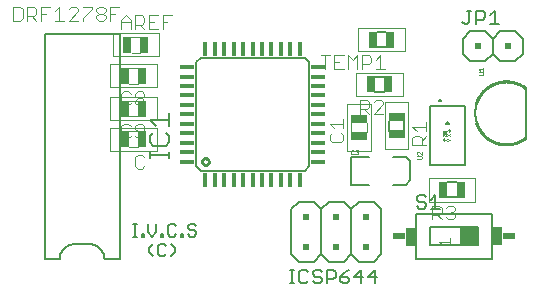
<source format=gto>
G75*
%MOIN*%
%OFA0B0*%
%FSLAX25Y25*%
%IPPOS*%
%LPD*%
%AMOC8*
5,1,8,0,0,1.08239X$1,22.5*
%
%ADD10C,0.00700*%
%ADD11C,0.00200*%
%ADD12C,0.00400*%
%ADD13R,0.02953X0.05709*%
%ADD14R,0.05709X0.02953*%
%ADD15C,0.00800*%
%ADD16C,0.00100*%
%ADD17C,0.01000*%
%ADD18C,0.00600*%
%ADD19R,0.01574X0.04528*%
%ADD20R,0.01575X0.04528*%
%ADD21R,0.01575X0.04528*%
%ADD22R,0.04528X0.01574*%
%ADD23R,0.04528X0.01575*%
%ADD24R,0.04528X0.01575*%
%ADD25C,0.00500*%
%ADD26R,0.02000X0.02000*%
%ADD27R,0.05512X0.02559*%
%ADD28R,0.02559X0.05512*%
%ADD29C,0.00080*%
%ADD30C,0.00300*%
%ADD31R,0.06000X0.06000*%
%ADD32R,0.03600X0.05900*%
%ADD33R,0.04200X0.02400*%
D10*
X0042756Y0018513D02*
X0044099Y0018513D01*
X0043427Y0018513D02*
X0043427Y0022541D01*
X0042756Y0022541D02*
X0044099Y0022541D01*
X0047831Y0022541D02*
X0047831Y0019855D01*
X0049174Y0018513D01*
X0050516Y0019855D01*
X0050516Y0022541D01*
X0054357Y0021869D02*
X0054357Y0019184D01*
X0055028Y0018513D01*
X0056370Y0018513D01*
X0057042Y0019184D01*
X0058707Y0019184D02*
X0058707Y0018513D01*
X0059378Y0018513D01*
X0059378Y0019184D01*
X0058707Y0019184D01*
X0060882Y0019184D02*
X0061553Y0018513D01*
X0062896Y0018513D01*
X0063567Y0019184D01*
X0063567Y0019855D01*
X0062896Y0020527D01*
X0061553Y0020527D01*
X0060882Y0021198D01*
X0060882Y0021869D01*
X0061553Y0022541D01*
X0062896Y0022541D01*
X0063567Y0021869D01*
X0057042Y0021869D02*
X0056370Y0022541D01*
X0055028Y0022541D01*
X0054357Y0021869D01*
X0052853Y0019184D02*
X0052853Y0018513D01*
X0052181Y0018513D01*
X0052181Y0019184D01*
X0052853Y0019184D01*
X0053051Y0016108D02*
X0051709Y0016108D01*
X0051037Y0015437D01*
X0051037Y0012752D01*
X0051709Y0012080D01*
X0053051Y0012080D01*
X0053722Y0012752D01*
X0055387Y0012080D02*
X0056730Y0013423D01*
X0056730Y0014766D01*
X0055387Y0016108D01*
X0053722Y0015437D02*
X0053051Y0016108D01*
X0049480Y0016108D02*
X0048137Y0014766D01*
X0048137Y0013423D01*
X0049480Y0012080D01*
X0046327Y0018513D02*
X0045656Y0018513D01*
X0045656Y0019184D01*
X0046327Y0019184D01*
X0046327Y0018513D01*
D11*
X0050630Y0047098D02*
X0035094Y0047098D01*
X0035094Y0054838D01*
X0050630Y0054838D01*
X0050630Y0047098D01*
X0050621Y0057317D02*
X0035086Y0057317D01*
X0035086Y0065057D01*
X0050621Y0065057D01*
X0050621Y0057317D01*
X0050621Y0068241D02*
X0035086Y0068241D01*
X0035086Y0075981D01*
X0050621Y0075981D01*
X0050621Y0068241D01*
X0051423Y0078560D02*
X0035888Y0078560D01*
X0035888Y0086300D01*
X0051423Y0086300D01*
X0051423Y0078560D01*
X0114169Y0062560D02*
X0114169Y0047025D01*
X0121909Y0047025D01*
X0121909Y0062560D01*
X0114169Y0062560D01*
X0117077Y0065436D02*
X0117077Y0073176D01*
X0132612Y0073176D01*
X0132612Y0065436D01*
X0117077Y0065436D01*
X0126779Y0063223D02*
X0134519Y0063223D01*
X0134519Y0047688D01*
X0126779Y0047688D01*
X0126779Y0063223D01*
X0145940Y0052588D02*
X0145940Y0051921D01*
X0145940Y0052588D02*
X0146106Y0052588D01*
X0146774Y0051921D01*
X0146940Y0051921D01*
X0146940Y0052588D01*
X0147440Y0052588D02*
X0148440Y0051921D01*
X0148440Y0052588D02*
X0147440Y0051921D01*
X0147440Y0051088D02*
X0147606Y0051088D01*
X0147940Y0050754D01*
X0148440Y0050754D01*
X0147940Y0050754D02*
X0147606Y0050421D01*
X0147440Y0050421D01*
X0147040Y0050821D02*
X0146040Y0050821D01*
X0146540Y0051321D01*
X0146040Y0050821D02*
X0146540Y0050321D01*
X0146440Y0053321D02*
X0146442Y0053341D01*
X0146448Y0053359D01*
X0146457Y0053377D01*
X0146469Y0053392D01*
X0146484Y0053404D01*
X0146502Y0053413D01*
X0146520Y0053419D01*
X0146540Y0053421D01*
X0146560Y0053419D01*
X0146578Y0053413D01*
X0146596Y0053404D01*
X0146611Y0053392D01*
X0146623Y0053377D01*
X0146632Y0053359D01*
X0146638Y0053341D01*
X0146640Y0053321D01*
X0146638Y0053301D01*
X0146632Y0053283D01*
X0146623Y0053265D01*
X0146611Y0053250D01*
X0146596Y0053238D01*
X0146578Y0053229D01*
X0146560Y0053223D01*
X0146540Y0053221D01*
X0146520Y0053223D01*
X0146502Y0053229D01*
X0146484Y0053238D01*
X0146469Y0053250D01*
X0146457Y0053265D01*
X0146448Y0053283D01*
X0146442Y0053301D01*
X0146440Y0053321D01*
X0146040Y0053321D02*
X0146042Y0053365D01*
X0146048Y0053409D01*
X0146058Y0053452D01*
X0146071Y0053494D01*
X0146088Y0053535D01*
X0146109Y0053574D01*
X0146133Y0053611D01*
X0146160Y0053646D01*
X0146190Y0053678D01*
X0146223Y0053708D01*
X0146259Y0053734D01*
X0146296Y0053758D01*
X0146336Y0053777D01*
X0146377Y0053794D01*
X0146420Y0053806D01*
X0146463Y0053815D01*
X0146507Y0053820D01*
X0146551Y0053821D01*
X0146595Y0053818D01*
X0146639Y0053811D01*
X0146682Y0053800D01*
X0146724Y0053786D01*
X0146764Y0053768D01*
X0146803Y0053746D01*
X0146839Y0053722D01*
X0146873Y0053694D01*
X0146905Y0053663D01*
X0146934Y0053629D01*
X0146960Y0053593D01*
X0146982Y0053555D01*
X0147001Y0053515D01*
X0147016Y0053473D01*
X0147028Y0053431D01*
X0147036Y0053387D01*
X0147040Y0053343D01*
X0147040Y0053299D01*
X0147036Y0053255D01*
X0147028Y0053211D01*
X0147016Y0053169D01*
X0147001Y0053127D01*
X0146982Y0053087D01*
X0146960Y0053049D01*
X0146934Y0053013D01*
X0146905Y0052979D01*
X0146873Y0052948D01*
X0146839Y0052920D01*
X0146803Y0052896D01*
X0146764Y0052874D01*
X0146724Y0052856D01*
X0146682Y0052842D01*
X0146639Y0052831D01*
X0146595Y0052824D01*
X0146551Y0052821D01*
X0146507Y0052822D01*
X0146463Y0052827D01*
X0146420Y0052836D01*
X0146377Y0052848D01*
X0146336Y0052865D01*
X0146296Y0052884D01*
X0146259Y0052908D01*
X0146223Y0052934D01*
X0146190Y0052964D01*
X0146160Y0052996D01*
X0146133Y0053031D01*
X0146109Y0053068D01*
X0146088Y0053107D01*
X0146071Y0053148D01*
X0146058Y0053190D01*
X0146048Y0053233D01*
X0146042Y0053277D01*
X0146040Y0053321D01*
X0147540Y0053821D02*
X0148040Y0054321D01*
X0148540Y0053821D01*
X0148040Y0053321D02*
X0148040Y0054321D01*
X0141233Y0037911D02*
X0156769Y0037911D01*
X0156769Y0030170D01*
X0141233Y0030170D01*
X0141233Y0037911D01*
X0158075Y0072311D02*
X0159242Y0072311D01*
X0159476Y0072544D01*
X0159476Y0073011D01*
X0159242Y0073245D01*
X0158075Y0073245D01*
X0158542Y0073784D02*
X0158075Y0074251D01*
X0159476Y0074251D01*
X0159476Y0073784D02*
X0159476Y0074718D01*
X0133320Y0080260D02*
X0133320Y0088000D01*
X0117785Y0088000D01*
X0117785Y0080260D01*
X0133320Y0080260D01*
D12*
X0125183Y0078934D02*
X0125183Y0074330D01*
X0123649Y0074330D02*
X0126718Y0074330D01*
X0123649Y0077399D02*
X0125183Y0078934D01*
X0122114Y0078166D02*
X0122114Y0076632D01*
X0121347Y0075865D01*
X0119045Y0075865D01*
X0119045Y0074330D02*
X0119045Y0078934D01*
X0121347Y0078934D01*
X0122114Y0078166D01*
X0117510Y0078934D02*
X0117510Y0074330D01*
X0114441Y0074330D02*
X0114441Y0078934D01*
X0115975Y0077399D01*
X0117510Y0078934D01*
X0112906Y0078934D02*
X0109837Y0078934D01*
X0109837Y0074330D01*
X0112906Y0074330D01*
X0111371Y0076632D02*
X0109837Y0076632D01*
X0106768Y0074330D02*
X0106768Y0078934D01*
X0108302Y0078934D02*
X0105233Y0078934D01*
X0118337Y0064110D02*
X0120639Y0064110D01*
X0121406Y0063343D01*
X0121406Y0061808D01*
X0120639Y0061041D01*
X0118337Y0061041D01*
X0119871Y0061041D02*
X0121406Y0059506D01*
X0122941Y0059506D02*
X0126010Y0062575D01*
X0126010Y0063343D01*
X0125243Y0064110D01*
X0123708Y0064110D01*
X0122941Y0063343D01*
X0122941Y0059506D02*
X0126010Y0059506D01*
X0120637Y0056293D02*
X0120637Y0053391D01*
X0115441Y0053293D02*
X0115441Y0056293D01*
X0112839Y0056131D02*
X0108235Y0056131D01*
X0109770Y0054597D01*
X0109002Y0053062D02*
X0108235Y0052295D01*
X0108235Y0050760D01*
X0109002Y0049993D01*
X0112072Y0049993D01*
X0112839Y0050760D01*
X0112839Y0052295D01*
X0112072Y0053062D01*
X0112839Y0054597D02*
X0112839Y0057666D01*
X0118337Y0059506D02*
X0118337Y0064110D01*
X0135845Y0055086D02*
X0140449Y0055086D01*
X0140449Y0053552D02*
X0140449Y0056621D01*
X0137380Y0053552D02*
X0135845Y0055086D01*
X0136613Y0052017D02*
X0138147Y0052017D01*
X0138915Y0051250D01*
X0138915Y0048948D01*
X0140449Y0048948D02*
X0135845Y0048948D01*
X0135845Y0051250D01*
X0136613Y0052017D01*
X0138915Y0050482D02*
X0140449Y0052017D01*
X0142493Y0028844D02*
X0144795Y0028844D01*
X0145563Y0028077D01*
X0145563Y0026542D01*
X0144795Y0025775D01*
X0142493Y0025775D01*
X0142493Y0024240D02*
X0142493Y0028844D01*
X0147097Y0028077D02*
X0147864Y0028844D01*
X0149399Y0028844D01*
X0150166Y0028077D01*
X0150166Y0027310D01*
X0149399Y0026542D01*
X0150166Y0025775D01*
X0150166Y0025008D01*
X0149399Y0024240D01*
X0147864Y0024240D01*
X0147097Y0025008D01*
X0145563Y0024240D02*
X0144028Y0025775D01*
X0148632Y0026542D02*
X0149399Y0026542D01*
X0052667Y0087630D02*
X0052667Y0092234D01*
X0055737Y0092234D01*
X0054202Y0089932D02*
X0052667Y0089932D01*
X0051133Y0087630D02*
X0048063Y0087630D01*
X0048063Y0092234D01*
X0051133Y0092234D01*
X0049598Y0089932D02*
X0048063Y0089932D01*
X0046529Y0089932D02*
X0046529Y0091467D01*
X0045761Y0092234D01*
X0043460Y0092234D01*
X0043460Y0087630D01*
X0043460Y0089165D02*
X0045761Y0089165D01*
X0046529Y0089932D01*
X0044994Y0089165D02*
X0046529Y0087630D01*
X0045156Y0085028D02*
X0042156Y0085028D01*
X0041925Y0087630D02*
X0041925Y0090699D01*
X0040390Y0092234D01*
X0038856Y0090699D01*
X0038856Y0087630D01*
X0038856Y0089932D02*
X0041925Y0089932D01*
X0036629Y0092751D02*
X0035094Y0092751D01*
X0033559Y0093518D02*
X0032792Y0092751D01*
X0031258Y0092751D01*
X0030490Y0093518D01*
X0030490Y0094285D01*
X0031258Y0095052D01*
X0032792Y0095052D01*
X0033559Y0094285D01*
X0033559Y0093518D01*
X0032792Y0092751D02*
X0033559Y0091983D01*
X0033559Y0091216D01*
X0032792Y0090449D01*
X0031258Y0090449D01*
X0030490Y0091216D01*
X0030490Y0091983D01*
X0031258Y0092751D01*
X0028956Y0094285D02*
X0025886Y0091216D01*
X0025886Y0090449D01*
X0024352Y0090449D02*
X0021282Y0090449D01*
X0024352Y0093518D01*
X0024352Y0094285D01*
X0023584Y0095052D01*
X0022050Y0095052D01*
X0021282Y0094285D01*
X0018213Y0095052D02*
X0018213Y0090449D01*
X0016678Y0090449D02*
X0019748Y0090449D01*
X0016678Y0093518D02*
X0018213Y0095052D01*
X0015144Y0095052D02*
X0012075Y0095052D01*
X0012075Y0090449D01*
X0010540Y0090449D02*
X0009005Y0091983D01*
X0009773Y0091983D02*
X0007471Y0091983D01*
X0007471Y0090449D02*
X0007471Y0095052D01*
X0009773Y0095052D01*
X0010540Y0094285D01*
X0010540Y0092751D01*
X0009773Y0091983D01*
X0012075Y0092751D02*
X0013609Y0092751D01*
X0005936Y0094285D02*
X0005936Y0091216D01*
X0005169Y0090449D01*
X0002867Y0090449D01*
X0002867Y0095052D01*
X0005169Y0095052D01*
X0005936Y0094285D01*
X0025886Y0095052D02*
X0028956Y0095052D01*
X0028956Y0094285D01*
X0035094Y0095052D02*
X0038163Y0095052D01*
X0035094Y0095052D02*
X0035094Y0090449D01*
X0042254Y0079832D02*
X0045156Y0079832D01*
X0044255Y0074710D02*
X0041354Y0074710D01*
X0041354Y0069513D02*
X0044354Y0069513D01*
X0044217Y0066915D02*
X0045752Y0066915D01*
X0046519Y0066148D01*
X0046519Y0065381D01*
X0045752Y0064613D01*
X0044217Y0064613D01*
X0043450Y0065381D01*
X0043450Y0066148D01*
X0044217Y0066915D01*
X0041915Y0066148D02*
X0041148Y0066915D01*
X0039613Y0066915D01*
X0038846Y0066148D01*
X0038846Y0063079D01*
X0039613Y0062311D01*
X0041148Y0062311D01*
X0041915Y0063079D01*
X0041354Y0063786D02*
X0044255Y0063786D01*
X0043450Y0063846D02*
X0044217Y0064613D01*
X0043450Y0063846D02*
X0043450Y0063079D01*
X0044217Y0062311D01*
X0045752Y0062311D01*
X0046519Y0063079D01*
X0046519Y0063846D01*
X0045752Y0064613D01*
X0044354Y0058589D02*
X0041354Y0058589D01*
X0041148Y0055991D02*
X0039613Y0055991D01*
X0038846Y0055224D01*
X0038846Y0052155D01*
X0039613Y0051387D01*
X0041148Y0051387D01*
X0041915Y0052155D01*
X0041362Y0053566D02*
X0044264Y0053566D01*
X0044217Y0053689D02*
X0046519Y0053689D01*
X0046519Y0052155D02*
X0046519Y0055224D01*
X0045752Y0055991D01*
X0044217Y0055991D01*
X0043450Y0055224D01*
X0043450Y0054457D01*
X0044217Y0053689D01*
X0041915Y0055224D02*
X0041148Y0055991D01*
X0043450Y0052155D02*
X0044217Y0051387D01*
X0045752Y0051387D01*
X0046519Y0052155D01*
X0044362Y0048370D02*
X0041362Y0048370D01*
X0044225Y0045772D02*
X0043458Y0045005D01*
X0043458Y0041935D01*
X0044225Y0041168D01*
X0045760Y0041168D01*
X0046527Y0041935D01*
X0046527Y0045005D02*
X0045760Y0045772D01*
X0044225Y0045772D01*
D13*
X0045685Y0050964D03*
X0039985Y0050964D03*
X0039977Y0061183D03*
X0045677Y0061183D03*
X0045677Y0072107D03*
X0039977Y0072107D03*
X0040832Y0082435D03*
X0046532Y0082435D03*
D14*
X0118035Y0057669D03*
X0118035Y0051969D03*
D15*
X0115439Y0045123D02*
X0121345Y0045123D01*
X0115439Y0045123D02*
X0115439Y0035675D01*
X0121345Y0035675D01*
X0129219Y0035675D02*
X0133549Y0035675D01*
X0135124Y0037249D01*
X0135124Y0043549D01*
X0133549Y0045123D01*
X0129219Y0045123D01*
X0141635Y0042478D02*
X0144785Y0042478D01*
X0150296Y0042478D02*
X0153446Y0042478D01*
X0173576Y0051465D02*
X0173576Y0067957D01*
X0157076Y0062211D02*
X0157019Y0061936D01*
X0156968Y0061659D01*
X0156924Y0061381D01*
X0156886Y0061103D01*
X0156856Y0060823D01*
X0156832Y0060543D01*
X0156815Y0060262D01*
X0156805Y0059981D01*
X0156802Y0059700D01*
X0156806Y0059419D01*
X0156816Y0059138D01*
X0156834Y0058857D01*
X0156858Y0058577D01*
X0156889Y0058298D01*
X0156927Y0058019D01*
X0156972Y0057741D01*
X0157023Y0057465D01*
X0157081Y0057190D01*
X0157146Y0056916D01*
X0157218Y0056644D01*
X0157296Y0056374D01*
X0157380Y0056106D01*
X0157472Y0055840D01*
X0157569Y0055576D01*
X0157673Y0055315D01*
X0157784Y0055056D01*
X0157901Y0054800D01*
X0158024Y0054547D01*
X0158153Y0054298D01*
X0158288Y0054051D01*
X0158429Y0053808D01*
X0158576Y0053568D01*
X0158729Y0053332D01*
X0158887Y0053100D01*
X0159051Y0052871D01*
X0159221Y0052647D01*
X0159396Y0052427D01*
X0159576Y0052211D01*
X0147146Y0056258D02*
X0147148Y0056297D01*
X0147154Y0056336D01*
X0147164Y0056374D01*
X0147177Y0056411D01*
X0147194Y0056446D01*
X0147214Y0056480D01*
X0147238Y0056511D01*
X0147265Y0056540D01*
X0147294Y0056566D01*
X0147326Y0056589D01*
X0147360Y0056609D01*
X0147396Y0056625D01*
X0147433Y0056637D01*
X0147472Y0056646D01*
X0147511Y0056651D01*
X0147550Y0056652D01*
X0147589Y0056649D01*
X0147628Y0056642D01*
X0147665Y0056631D01*
X0147702Y0056617D01*
X0147737Y0056599D01*
X0147770Y0056578D01*
X0147801Y0056553D01*
X0147829Y0056526D01*
X0147854Y0056496D01*
X0147876Y0056463D01*
X0147895Y0056429D01*
X0147910Y0056393D01*
X0147922Y0056355D01*
X0147930Y0056317D01*
X0147934Y0056278D01*
X0147934Y0056238D01*
X0147930Y0056199D01*
X0147922Y0056161D01*
X0147910Y0056123D01*
X0147895Y0056087D01*
X0147876Y0056053D01*
X0147854Y0056020D01*
X0147829Y0055990D01*
X0147801Y0055963D01*
X0147770Y0055938D01*
X0147737Y0055917D01*
X0147702Y0055899D01*
X0147665Y0055885D01*
X0147628Y0055874D01*
X0147589Y0055867D01*
X0147550Y0055864D01*
X0147511Y0055865D01*
X0147472Y0055870D01*
X0147433Y0055879D01*
X0147396Y0055891D01*
X0147360Y0055907D01*
X0147326Y0055927D01*
X0147294Y0055950D01*
X0147265Y0055976D01*
X0147238Y0056005D01*
X0147214Y0056036D01*
X0147194Y0056070D01*
X0147177Y0056105D01*
X0147164Y0056142D01*
X0147154Y0056180D01*
X0147148Y0056219D01*
X0147146Y0056258D01*
X0144785Y0062163D02*
X0141635Y0062163D01*
X0144840Y0063758D02*
X0144842Y0063786D01*
X0144848Y0063813D01*
X0144857Y0063839D01*
X0144870Y0063864D01*
X0144887Y0063887D01*
X0144906Y0063907D01*
X0144928Y0063924D01*
X0144952Y0063938D01*
X0144978Y0063948D01*
X0145005Y0063955D01*
X0145033Y0063958D01*
X0145061Y0063957D01*
X0145088Y0063952D01*
X0145115Y0063943D01*
X0145140Y0063931D01*
X0145163Y0063916D01*
X0145184Y0063897D01*
X0145202Y0063876D01*
X0145217Y0063852D01*
X0145228Y0063826D01*
X0145236Y0063800D01*
X0145240Y0063772D01*
X0145240Y0063744D01*
X0145236Y0063716D01*
X0145228Y0063690D01*
X0145217Y0063664D01*
X0145202Y0063640D01*
X0145184Y0063619D01*
X0145163Y0063600D01*
X0145140Y0063585D01*
X0145115Y0063573D01*
X0145088Y0063564D01*
X0145061Y0063559D01*
X0145033Y0063558D01*
X0145005Y0063561D01*
X0144978Y0063568D01*
X0144952Y0063578D01*
X0144928Y0063592D01*
X0144906Y0063609D01*
X0144887Y0063629D01*
X0144870Y0063652D01*
X0144857Y0063677D01*
X0144848Y0063703D01*
X0144842Y0063730D01*
X0144840Y0063758D01*
X0150296Y0062163D02*
X0153446Y0062163D01*
X0157076Y0062211D02*
X0157141Y0062486D01*
X0157212Y0062759D01*
X0157290Y0063030D01*
X0157375Y0063300D01*
X0157466Y0063567D01*
X0157564Y0063832D01*
X0157668Y0064094D01*
X0157779Y0064354D01*
X0157895Y0064611D01*
X0158019Y0064865D01*
X0158148Y0065116D01*
X0158283Y0065363D01*
X0158425Y0065608D01*
X0158572Y0065848D01*
X0158726Y0066085D01*
X0158885Y0066319D01*
X0159049Y0066548D01*
X0159220Y0066773D01*
X0159395Y0066994D01*
X0159576Y0067211D01*
X0157076Y0062211D02*
X0157019Y0061937D01*
X0156968Y0061662D01*
X0156924Y0061385D01*
X0156887Y0061108D01*
X0156856Y0060829D01*
X0156833Y0060550D01*
X0156816Y0060271D01*
X0156805Y0059991D01*
X0156802Y0059711D01*
X0156805Y0059431D01*
X0156816Y0059151D01*
X0156833Y0058872D01*
X0156856Y0058593D01*
X0156887Y0058314D01*
X0156924Y0058037D01*
X0156968Y0057760D01*
X0157019Y0057485D01*
X0157076Y0057211D01*
X0101480Y0041905D02*
X0099905Y0040330D01*
X0065259Y0040330D01*
X0063684Y0041905D01*
X0063684Y0076551D01*
X0065259Y0078125D01*
X0099905Y0078125D01*
X0101480Y0076551D01*
X0101480Y0041905D01*
D16*
X0115332Y0046136D02*
X0115582Y0045886D01*
X0116082Y0045886D01*
X0116332Y0046136D01*
X0116805Y0046136D02*
X0117055Y0045886D01*
X0117555Y0045886D01*
X0117806Y0046136D01*
X0117806Y0046386D01*
X0117555Y0046637D01*
X0117305Y0046637D01*
X0117555Y0046637D02*
X0117806Y0046887D01*
X0117806Y0047137D01*
X0117555Y0047387D01*
X0117055Y0047387D01*
X0116805Y0047137D01*
X0116332Y0047137D02*
X0116082Y0047387D01*
X0115582Y0047387D01*
X0115332Y0047137D01*
X0115332Y0046136D01*
X0137489Y0046094D02*
X0137739Y0045844D01*
X0137489Y0046094D02*
X0137489Y0046595D01*
X0137739Y0046845D01*
X0137990Y0046845D01*
X0138990Y0045844D01*
X0138990Y0046845D01*
X0138740Y0045371D02*
X0137489Y0045371D01*
X0137489Y0044371D02*
X0138740Y0044371D01*
X0138990Y0044621D01*
X0138990Y0045121D01*
X0138740Y0045371D01*
D17*
X0065721Y0043480D02*
X0065723Y0043547D01*
X0065729Y0043613D01*
X0065739Y0043679D01*
X0065753Y0043744D01*
X0065770Y0043808D01*
X0065792Y0043871D01*
X0065817Y0043933D01*
X0065846Y0043993D01*
X0065879Y0044051D01*
X0065914Y0044107D01*
X0065954Y0044161D01*
X0065996Y0044212D01*
X0066041Y0044261D01*
X0066089Y0044307D01*
X0066140Y0044350D01*
X0066193Y0044390D01*
X0066249Y0044427D01*
X0066307Y0044460D01*
X0066366Y0044490D01*
X0066427Y0044516D01*
X0066490Y0044539D01*
X0066554Y0044557D01*
X0066619Y0044572D01*
X0066685Y0044583D01*
X0066751Y0044590D01*
X0066817Y0044593D01*
X0066884Y0044592D01*
X0066950Y0044587D01*
X0067016Y0044578D01*
X0067082Y0044565D01*
X0067146Y0044548D01*
X0067209Y0044528D01*
X0067271Y0044503D01*
X0067332Y0044475D01*
X0067391Y0044444D01*
X0067447Y0044409D01*
X0067502Y0044371D01*
X0067554Y0044329D01*
X0067603Y0044284D01*
X0067650Y0044237D01*
X0067694Y0044187D01*
X0067734Y0044134D01*
X0067772Y0044079D01*
X0067806Y0044022D01*
X0067837Y0043963D01*
X0067864Y0043902D01*
X0067887Y0043840D01*
X0067907Y0043776D01*
X0067923Y0043711D01*
X0067935Y0043646D01*
X0067943Y0043580D01*
X0067947Y0043513D01*
X0067947Y0043447D01*
X0067943Y0043380D01*
X0067935Y0043314D01*
X0067923Y0043249D01*
X0067907Y0043184D01*
X0067887Y0043120D01*
X0067864Y0043058D01*
X0067837Y0042997D01*
X0067806Y0042938D01*
X0067772Y0042881D01*
X0067734Y0042826D01*
X0067694Y0042773D01*
X0067650Y0042723D01*
X0067603Y0042676D01*
X0067554Y0042631D01*
X0067502Y0042589D01*
X0067447Y0042551D01*
X0067390Y0042516D01*
X0067332Y0042485D01*
X0067271Y0042457D01*
X0067209Y0042432D01*
X0067146Y0042412D01*
X0067082Y0042395D01*
X0067016Y0042382D01*
X0066950Y0042373D01*
X0066884Y0042368D01*
X0066817Y0042367D01*
X0066751Y0042370D01*
X0066685Y0042377D01*
X0066619Y0042388D01*
X0066554Y0042403D01*
X0066490Y0042421D01*
X0066427Y0042444D01*
X0066366Y0042470D01*
X0066307Y0042500D01*
X0066249Y0042533D01*
X0066193Y0042570D01*
X0066140Y0042610D01*
X0066089Y0042653D01*
X0066041Y0042699D01*
X0065996Y0042748D01*
X0065954Y0042799D01*
X0065914Y0042853D01*
X0065879Y0042909D01*
X0065846Y0042967D01*
X0065817Y0043027D01*
X0065792Y0043089D01*
X0065770Y0043152D01*
X0065753Y0043216D01*
X0065739Y0043281D01*
X0065729Y0043347D01*
X0065723Y0043413D01*
X0065721Y0043480D01*
D18*
X0054782Y0044528D02*
X0054782Y0046663D01*
X0054782Y0045595D02*
X0048377Y0045595D01*
X0048377Y0044528D02*
X0048377Y0046663D01*
X0049444Y0048825D02*
X0053714Y0048825D01*
X0054782Y0049892D01*
X0054782Y0052027D01*
X0053714Y0053095D01*
X0054782Y0055270D02*
X0054782Y0059541D01*
X0054782Y0057405D02*
X0048377Y0057405D01*
X0050512Y0055270D01*
X0049444Y0053095D02*
X0048377Y0052027D01*
X0048377Y0049892D01*
X0049444Y0048825D01*
X0095406Y0027667D02*
X0095406Y0012667D01*
X0097906Y0010167D01*
X0102906Y0010167D01*
X0105406Y0012667D01*
X0105406Y0027667D01*
X0102906Y0030167D01*
X0097906Y0030167D01*
X0095406Y0027667D01*
X0105406Y0027667D02*
X0107906Y0030167D01*
X0112906Y0030167D01*
X0115406Y0027667D01*
X0115406Y0012667D01*
X0112906Y0010167D01*
X0107906Y0010167D01*
X0105406Y0012667D01*
X0115406Y0012667D02*
X0117906Y0010167D01*
X0122906Y0010167D01*
X0125406Y0012667D01*
X0125406Y0027667D01*
X0122906Y0030167D01*
X0117906Y0030167D01*
X0115406Y0027667D01*
X0137088Y0026051D02*
X0162288Y0026051D01*
X0162288Y0011051D01*
X0137088Y0011051D01*
X0137088Y0026051D01*
X0141688Y0021551D02*
X0157688Y0021551D01*
X0157688Y0015551D01*
X0141688Y0015551D01*
X0141688Y0021551D01*
X0147387Y0031540D02*
X0150615Y0031540D01*
X0150615Y0036540D02*
X0147387Y0036540D01*
X0133149Y0053841D02*
X0133149Y0057070D01*
X0128149Y0057070D02*
X0128149Y0053841D01*
X0126459Y0066806D02*
X0123230Y0066806D01*
X0123230Y0071806D02*
X0126459Y0071806D01*
X0127167Y0081630D02*
X0123938Y0081630D01*
X0123938Y0086630D02*
X0127167Y0086630D01*
X0152579Y0084377D02*
X0152579Y0079377D01*
X0155079Y0076877D01*
X0160079Y0076877D01*
X0162579Y0079377D01*
X0165079Y0076877D01*
X0170079Y0076877D01*
X0172579Y0079377D01*
X0172579Y0084377D01*
X0170079Y0086877D01*
X0165079Y0086877D01*
X0162579Y0084377D01*
X0162579Y0079377D01*
X0162579Y0084377D02*
X0160079Y0086877D01*
X0155079Y0086877D01*
X0152579Y0084377D01*
D19*
X0098330Y0080980D03*
X0082582Y0080980D03*
X0066834Y0080980D03*
X0066834Y0037476D03*
X0082582Y0037476D03*
X0098330Y0037476D03*
D20*
X0095180Y0037476D03*
X0092030Y0037476D03*
X0073134Y0037476D03*
X0069984Y0037476D03*
X0069984Y0080980D03*
X0073134Y0080980D03*
X0092030Y0080980D03*
X0095180Y0080980D03*
D21*
X0088881Y0080980D03*
X0085731Y0080980D03*
X0079433Y0080980D03*
X0076283Y0080980D03*
X0076283Y0037476D03*
X0079433Y0037476D03*
X0085731Y0037476D03*
X0088881Y0037476D03*
D22*
X0104334Y0043480D03*
X0104334Y0059228D03*
X0104334Y0074976D03*
X0060830Y0074976D03*
X0060830Y0059228D03*
X0060830Y0043480D03*
D23*
X0060830Y0046629D03*
X0060830Y0049779D03*
X0060830Y0068676D03*
X0060830Y0071826D03*
X0104334Y0071826D03*
X0104334Y0068676D03*
X0104334Y0049779D03*
X0104334Y0046629D03*
D24*
X0104334Y0052928D03*
X0104334Y0056078D03*
X0104334Y0062377D03*
X0104334Y0065527D03*
X0060830Y0065527D03*
X0060830Y0062377D03*
X0060830Y0056078D03*
X0060830Y0052928D03*
D25*
X0018219Y0010957D02*
X0013219Y0010957D01*
X0013219Y0085957D01*
X0038219Y0085957D01*
X0038219Y0010957D01*
X0033219Y0010957D01*
X0033217Y0011097D01*
X0033211Y0011237D01*
X0033201Y0011377D01*
X0033188Y0011517D01*
X0033170Y0011656D01*
X0033148Y0011795D01*
X0033123Y0011932D01*
X0033094Y0012070D01*
X0033061Y0012206D01*
X0033024Y0012341D01*
X0032983Y0012475D01*
X0032938Y0012608D01*
X0032890Y0012740D01*
X0032838Y0012870D01*
X0032783Y0012999D01*
X0032724Y0013126D01*
X0032661Y0013252D01*
X0032595Y0013376D01*
X0032526Y0013497D01*
X0032453Y0013617D01*
X0032376Y0013735D01*
X0032297Y0013850D01*
X0032214Y0013964D01*
X0032128Y0014074D01*
X0032039Y0014183D01*
X0031947Y0014289D01*
X0031852Y0014392D01*
X0031755Y0014493D01*
X0031654Y0014590D01*
X0031551Y0014685D01*
X0031445Y0014777D01*
X0031336Y0014866D01*
X0031226Y0014952D01*
X0031112Y0015035D01*
X0030997Y0015114D01*
X0030879Y0015191D01*
X0030759Y0015264D01*
X0030638Y0015333D01*
X0030514Y0015399D01*
X0030388Y0015462D01*
X0030261Y0015521D01*
X0030132Y0015576D01*
X0030002Y0015628D01*
X0029870Y0015676D01*
X0029737Y0015721D01*
X0029603Y0015762D01*
X0029468Y0015799D01*
X0029332Y0015832D01*
X0029194Y0015861D01*
X0029057Y0015886D01*
X0028918Y0015908D01*
X0028779Y0015926D01*
X0028639Y0015939D01*
X0028499Y0015949D01*
X0028359Y0015955D01*
X0028219Y0015957D01*
X0023219Y0015957D01*
X0023079Y0015955D01*
X0022939Y0015949D01*
X0022799Y0015939D01*
X0022659Y0015926D01*
X0022520Y0015908D01*
X0022381Y0015886D01*
X0022244Y0015861D01*
X0022106Y0015832D01*
X0021970Y0015799D01*
X0021835Y0015762D01*
X0021701Y0015721D01*
X0021568Y0015676D01*
X0021436Y0015628D01*
X0021306Y0015576D01*
X0021177Y0015521D01*
X0021050Y0015462D01*
X0020924Y0015399D01*
X0020800Y0015333D01*
X0020679Y0015264D01*
X0020559Y0015191D01*
X0020441Y0015114D01*
X0020326Y0015035D01*
X0020212Y0014952D01*
X0020102Y0014866D01*
X0019993Y0014777D01*
X0019887Y0014685D01*
X0019784Y0014590D01*
X0019683Y0014493D01*
X0019586Y0014392D01*
X0019491Y0014289D01*
X0019399Y0014183D01*
X0019310Y0014074D01*
X0019224Y0013964D01*
X0019141Y0013850D01*
X0019062Y0013735D01*
X0018985Y0013617D01*
X0018912Y0013497D01*
X0018843Y0013376D01*
X0018777Y0013252D01*
X0018714Y0013126D01*
X0018655Y0012999D01*
X0018600Y0012870D01*
X0018548Y0012740D01*
X0018500Y0012608D01*
X0018455Y0012475D01*
X0018414Y0012341D01*
X0018377Y0012206D01*
X0018344Y0012070D01*
X0018315Y0011932D01*
X0018290Y0011795D01*
X0018268Y0011656D01*
X0018250Y0011517D01*
X0018237Y0011377D01*
X0018227Y0011237D01*
X0018221Y0011097D01*
X0018219Y0010957D01*
X0094963Y0007420D02*
X0096464Y0007420D01*
X0095714Y0007420D02*
X0095714Y0002917D01*
X0096464Y0002917D02*
X0094963Y0002917D01*
X0098032Y0003667D02*
X0098783Y0002917D01*
X0100284Y0002917D01*
X0101035Y0003667D01*
X0102636Y0003667D02*
X0103387Y0002917D01*
X0104888Y0002917D01*
X0105639Y0003667D01*
X0105639Y0004418D01*
X0104888Y0005169D01*
X0103387Y0005169D01*
X0102636Y0005919D01*
X0102636Y0006670D01*
X0103387Y0007420D01*
X0104888Y0007420D01*
X0105639Y0006670D01*
X0107240Y0007420D02*
X0109492Y0007420D01*
X0110243Y0006670D01*
X0110243Y0005169D01*
X0109492Y0004418D01*
X0107240Y0004418D01*
X0107240Y0002917D02*
X0107240Y0007420D01*
X0111844Y0005169D02*
X0114096Y0005169D01*
X0114847Y0004418D01*
X0114847Y0003667D01*
X0114096Y0002917D01*
X0112595Y0002917D01*
X0111844Y0003667D01*
X0111844Y0005169D01*
X0113345Y0006670D01*
X0114847Y0007420D01*
X0116448Y0005169D02*
X0119451Y0005169D01*
X0121052Y0005169D02*
X0124055Y0005169D01*
X0123304Y0007420D02*
X0121052Y0005169D01*
X0123304Y0002917D02*
X0123304Y0007420D01*
X0118700Y0007420D02*
X0116448Y0005169D01*
X0118700Y0002917D02*
X0118700Y0007420D01*
X0101035Y0006670D02*
X0100284Y0007420D01*
X0098783Y0007420D01*
X0098032Y0006670D01*
X0098032Y0003667D01*
X0137438Y0028552D02*
X0138189Y0027801D01*
X0139690Y0027801D01*
X0140441Y0028552D01*
X0140441Y0029302D01*
X0139690Y0030053D01*
X0138189Y0030053D01*
X0137438Y0030803D01*
X0137438Y0031554D01*
X0138189Y0032305D01*
X0139690Y0032305D01*
X0140441Y0031554D01*
X0142042Y0030803D02*
X0143543Y0032305D01*
X0143543Y0027801D01*
X0142042Y0027801D02*
X0145044Y0027801D01*
X0141635Y0042478D02*
X0153446Y0042478D01*
X0153446Y0062163D01*
X0141635Y0062163D01*
X0141635Y0042478D01*
X0153280Y0089327D02*
X0154031Y0089327D01*
X0154781Y0090078D01*
X0154781Y0093831D01*
X0154031Y0093831D02*
X0155532Y0093831D01*
X0157133Y0093831D02*
X0159385Y0093831D01*
X0160136Y0093080D01*
X0160136Y0091579D01*
X0159385Y0090828D01*
X0157133Y0090828D01*
X0157133Y0089327D02*
X0157133Y0093831D01*
X0161737Y0092329D02*
X0163238Y0093831D01*
X0163238Y0089327D01*
X0161737Y0089327D02*
X0164740Y0089327D01*
X0153280Y0089327D02*
X0152529Y0090078D01*
D26*
X0157579Y0081877D03*
X0167579Y0081877D03*
X0120406Y0025167D03*
X0110406Y0025167D03*
X0100406Y0025167D03*
X0100406Y0015167D03*
X0110406Y0015167D03*
X0120406Y0015167D03*
D27*
X0130655Y0052576D03*
X0130655Y0058376D03*
D28*
X0127765Y0069300D03*
X0121965Y0069300D03*
X0122673Y0084124D03*
X0128473Y0084124D03*
X0146122Y0034035D03*
X0151922Y0034035D03*
D29*
X0156711Y0056472D02*
X0157399Y0056684D01*
X0157399Y0056683D02*
X0157475Y0056448D01*
X0157558Y0056214D01*
X0157646Y0055982D01*
X0157740Y0055753D01*
X0157840Y0055526D01*
X0157945Y0055302D01*
X0158055Y0055080D01*
X0158171Y0054861D01*
X0158293Y0054644D01*
X0158419Y0054431D01*
X0158551Y0054221D01*
X0158687Y0054014D01*
X0158829Y0053811D01*
X0158976Y0053611D01*
X0159127Y0053415D01*
X0159284Y0053223D01*
X0159445Y0053034D01*
X0159610Y0052850D01*
X0159780Y0052669D01*
X0159954Y0052493D01*
X0160133Y0052321D01*
X0160315Y0052154D01*
X0160502Y0051991D01*
X0160693Y0051832D01*
X0160887Y0051679D01*
X0161086Y0051530D01*
X0161287Y0051386D01*
X0161493Y0051247D01*
X0161701Y0051113D01*
X0161913Y0050984D01*
X0162128Y0050860D01*
X0162346Y0050742D01*
X0162566Y0050629D01*
X0162790Y0050522D01*
X0163015Y0050420D01*
X0163244Y0050323D01*
X0163474Y0050232D01*
X0163707Y0050147D01*
X0163942Y0050068D01*
X0164179Y0049994D01*
X0164417Y0049926D01*
X0164657Y0049864D01*
X0164898Y0049808D01*
X0165141Y0049757D01*
X0165385Y0049713D01*
X0165630Y0049675D01*
X0165876Y0049642D01*
X0166122Y0049616D01*
X0166369Y0049596D01*
X0166616Y0049581D01*
X0166864Y0049573D01*
X0167112Y0049571D01*
X0167360Y0049575D01*
X0167608Y0049585D01*
X0167855Y0049601D01*
X0168102Y0049623D01*
X0168348Y0049651D01*
X0168594Y0049685D01*
X0168838Y0049725D01*
X0169082Y0049771D01*
X0169324Y0049823D01*
X0169565Y0049881D01*
X0169805Y0049945D01*
X0170042Y0050015D01*
X0170279Y0050090D01*
X0170513Y0050171D01*
X0170745Y0050258D01*
X0170975Y0050351D01*
X0171203Y0050449D01*
X0171428Y0050552D01*
X0171650Y0050661D01*
X0171870Y0050776D01*
X0172087Y0050896D01*
X0172301Y0051021D01*
X0172512Y0051151D01*
X0172719Y0051287D01*
X0172924Y0051427D01*
X0173124Y0051572D01*
X0173322Y0051723D01*
X0173767Y0051158D01*
X0173767Y0051157D01*
X0173556Y0050996D01*
X0173341Y0050840D01*
X0173122Y0050690D01*
X0172900Y0050545D01*
X0172674Y0050405D01*
X0172445Y0050271D01*
X0172213Y0050143D01*
X0171977Y0050020D01*
X0171739Y0049903D01*
X0171497Y0049792D01*
X0171254Y0049687D01*
X0171007Y0049588D01*
X0170759Y0049494D01*
X0170508Y0049407D01*
X0170255Y0049327D01*
X0170000Y0049252D01*
X0169743Y0049184D01*
X0169485Y0049122D01*
X0169226Y0049066D01*
X0168965Y0049016D01*
X0168703Y0048974D01*
X0168440Y0048937D01*
X0168176Y0048907D01*
X0167911Y0048883D01*
X0167646Y0048866D01*
X0167381Y0048855D01*
X0167116Y0048851D01*
X0166850Y0048853D01*
X0166585Y0048862D01*
X0166319Y0048877D01*
X0166055Y0048899D01*
X0165791Y0048927D01*
X0165528Y0048962D01*
X0165265Y0049003D01*
X0165004Y0049051D01*
X0164744Y0049104D01*
X0164485Y0049165D01*
X0164228Y0049231D01*
X0163973Y0049304D01*
X0163719Y0049383D01*
X0163468Y0049468D01*
X0163218Y0049559D01*
X0162971Y0049657D01*
X0162727Y0049760D01*
X0162485Y0049869D01*
X0162246Y0049984D01*
X0162009Y0050105D01*
X0161776Y0050232D01*
X0161546Y0050365D01*
X0161319Y0050503D01*
X0161095Y0050646D01*
X0160876Y0050795D01*
X0160659Y0050949D01*
X0160447Y0051109D01*
X0160239Y0051273D01*
X0160035Y0051443D01*
X0159835Y0051618D01*
X0159639Y0051797D01*
X0159448Y0051981D01*
X0159261Y0052170D01*
X0159079Y0052364D01*
X0158902Y0052561D01*
X0158729Y0052763D01*
X0158562Y0052969D01*
X0158400Y0053180D01*
X0158242Y0053394D01*
X0158091Y0053612D01*
X0157944Y0053833D01*
X0157803Y0054058D01*
X0157668Y0054286D01*
X0157538Y0054518D01*
X0157414Y0054753D01*
X0157296Y0054991D01*
X0157183Y0055231D01*
X0157076Y0055474D01*
X0156976Y0055720D01*
X0156881Y0055968D01*
X0156793Y0056219D01*
X0156711Y0056471D01*
X0156782Y0056493D01*
X0156864Y0056242D01*
X0156952Y0055994D01*
X0157046Y0055747D01*
X0157146Y0055503D01*
X0157251Y0055262D01*
X0157363Y0055023D01*
X0157481Y0054787D01*
X0157604Y0054554D01*
X0157733Y0054324D01*
X0157867Y0054097D01*
X0158007Y0053873D01*
X0158153Y0053654D01*
X0158304Y0053437D01*
X0158460Y0053225D01*
X0158621Y0053016D01*
X0158787Y0052811D01*
X0158958Y0052611D01*
X0159134Y0052414D01*
X0159315Y0052222D01*
X0159500Y0052035D01*
X0159690Y0051852D01*
X0159885Y0051674D01*
X0160083Y0051500D01*
X0160286Y0051332D01*
X0160493Y0051168D01*
X0160704Y0051010D01*
X0160918Y0050857D01*
X0161137Y0050709D01*
X0161359Y0050566D01*
X0161584Y0050429D01*
X0161813Y0050298D01*
X0162044Y0050172D01*
X0162279Y0050052D01*
X0162517Y0049937D01*
X0162757Y0049829D01*
X0163000Y0049726D01*
X0163245Y0049629D01*
X0163493Y0049539D01*
X0163742Y0049454D01*
X0163994Y0049376D01*
X0164248Y0049303D01*
X0164503Y0049237D01*
X0164760Y0049178D01*
X0165018Y0049124D01*
X0165278Y0049077D01*
X0165538Y0049036D01*
X0165800Y0049002D01*
X0166062Y0048974D01*
X0166325Y0048952D01*
X0166588Y0048937D01*
X0166851Y0048928D01*
X0167115Y0048926D01*
X0167379Y0048930D01*
X0167642Y0048941D01*
X0167905Y0048958D01*
X0168168Y0048981D01*
X0168430Y0049011D01*
X0168691Y0049048D01*
X0168951Y0049090D01*
X0169211Y0049139D01*
X0169468Y0049195D01*
X0169725Y0049256D01*
X0169980Y0049324D01*
X0170233Y0049398D01*
X0170484Y0049479D01*
X0170733Y0049565D01*
X0170980Y0049657D01*
X0171225Y0049756D01*
X0171467Y0049860D01*
X0171706Y0049971D01*
X0171943Y0050087D01*
X0172177Y0050209D01*
X0172408Y0050336D01*
X0172635Y0050469D01*
X0172860Y0050608D01*
X0173080Y0050752D01*
X0173298Y0050901D01*
X0173511Y0051056D01*
X0173721Y0051216D01*
X0173674Y0051275D01*
X0173466Y0051116D01*
X0173254Y0050963D01*
X0173038Y0050814D01*
X0172819Y0050671D01*
X0172596Y0050533D01*
X0172370Y0050401D01*
X0172141Y0050274D01*
X0171909Y0050153D01*
X0171674Y0050038D01*
X0171436Y0049929D01*
X0171196Y0049825D01*
X0170953Y0049727D01*
X0170707Y0049635D01*
X0170460Y0049550D01*
X0170211Y0049470D01*
X0169959Y0049396D01*
X0169706Y0049329D01*
X0169452Y0049268D01*
X0169196Y0049213D01*
X0168938Y0049164D01*
X0168680Y0049122D01*
X0168421Y0049086D01*
X0168160Y0049056D01*
X0167900Y0049033D01*
X0167638Y0049016D01*
X0167377Y0049005D01*
X0167115Y0049001D01*
X0166853Y0049003D01*
X0166591Y0049012D01*
X0166330Y0049027D01*
X0166069Y0049048D01*
X0165808Y0049076D01*
X0165549Y0049110D01*
X0165290Y0049151D01*
X0165032Y0049198D01*
X0164776Y0049251D01*
X0164521Y0049310D01*
X0164268Y0049376D01*
X0164016Y0049448D01*
X0163766Y0049525D01*
X0163518Y0049609D01*
X0163272Y0049699D01*
X0163028Y0049795D01*
X0162787Y0049897D01*
X0162548Y0050005D01*
X0162312Y0050119D01*
X0162079Y0050238D01*
X0161849Y0050363D01*
X0161622Y0050494D01*
X0161398Y0050630D01*
X0161178Y0050771D01*
X0160961Y0050918D01*
X0160748Y0051070D01*
X0160539Y0051227D01*
X0160333Y0051390D01*
X0160132Y0051557D01*
X0159935Y0051729D01*
X0159742Y0051906D01*
X0159553Y0052088D01*
X0159369Y0052274D01*
X0159189Y0052465D01*
X0159015Y0052660D01*
X0158845Y0052859D01*
X0158680Y0053062D01*
X0158520Y0053270D01*
X0158365Y0053481D01*
X0158215Y0053695D01*
X0158071Y0053914D01*
X0157932Y0054136D01*
X0157798Y0054361D01*
X0157670Y0054589D01*
X0157548Y0054821D01*
X0157431Y0055055D01*
X0157320Y0055293D01*
X0157215Y0055532D01*
X0157116Y0055775D01*
X0157022Y0056019D01*
X0156935Y0056266D01*
X0156854Y0056515D01*
X0156926Y0056537D01*
X0157006Y0056290D01*
X0157093Y0056045D01*
X0157185Y0055802D01*
X0157284Y0055561D01*
X0157388Y0055323D01*
X0157498Y0055088D01*
X0157614Y0054855D01*
X0157736Y0054625D01*
X0157863Y0054398D01*
X0157996Y0054175D01*
X0158134Y0053954D01*
X0158277Y0053737D01*
X0158426Y0053524D01*
X0158580Y0053315D01*
X0158739Y0053109D01*
X0158902Y0052907D01*
X0159071Y0052709D01*
X0159245Y0052515D01*
X0159423Y0052326D01*
X0159606Y0052141D01*
X0159793Y0051961D01*
X0159985Y0051785D01*
X0160181Y0051614D01*
X0160381Y0051448D01*
X0160585Y0051287D01*
X0160793Y0051131D01*
X0161004Y0050980D01*
X0161220Y0050834D01*
X0161438Y0050693D01*
X0161660Y0050558D01*
X0161886Y0050428D01*
X0162114Y0050304D01*
X0162346Y0050186D01*
X0162580Y0050073D01*
X0162817Y0049966D01*
X0163057Y0049865D01*
X0163298Y0049770D01*
X0163543Y0049680D01*
X0163789Y0049597D01*
X0164037Y0049519D01*
X0164287Y0049448D01*
X0164539Y0049383D01*
X0164792Y0049324D01*
X0165047Y0049271D01*
X0165303Y0049225D01*
X0165559Y0049185D01*
X0165817Y0049151D01*
X0166076Y0049123D01*
X0166335Y0049102D01*
X0166595Y0049087D01*
X0166854Y0049078D01*
X0167114Y0049076D01*
X0167374Y0049080D01*
X0167634Y0049091D01*
X0167894Y0049107D01*
X0168153Y0049131D01*
X0168411Y0049160D01*
X0168669Y0049196D01*
X0168925Y0049238D01*
X0169181Y0049286D01*
X0169435Y0049341D01*
X0169688Y0049402D01*
X0169939Y0049469D01*
X0170188Y0049542D01*
X0170436Y0049621D01*
X0170682Y0049706D01*
X0170925Y0049797D01*
X0171167Y0049894D01*
X0171405Y0049997D01*
X0171641Y0050106D01*
X0171875Y0050220D01*
X0172106Y0050340D01*
X0172333Y0050466D01*
X0172558Y0050598D01*
X0172779Y0050734D01*
X0172996Y0050876D01*
X0173211Y0051024D01*
X0173421Y0051176D01*
X0173628Y0051334D01*
X0173582Y0051393D01*
X0173376Y0051236D01*
X0173167Y0051085D01*
X0172954Y0050938D01*
X0172738Y0050797D01*
X0172519Y0050662D01*
X0172296Y0050531D01*
X0172070Y0050406D01*
X0171841Y0050287D01*
X0171609Y0050173D01*
X0171375Y0050065D01*
X0171138Y0049963D01*
X0170898Y0049867D01*
X0170656Y0049776D01*
X0170412Y0049692D01*
X0170166Y0049613D01*
X0169919Y0049541D01*
X0169669Y0049474D01*
X0169418Y0049414D01*
X0169166Y0049360D01*
X0168912Y0049312D01*
X0168657Y0049270D01*
X0168401Y0049235D01*
X0168145Y0049205D01*
X0167888Y0049182D01*
X0167630Y0049166D01*
X0167372Y0049155D01*
X0167114Y0049151D01*
X0166856Y0049153D01*
X0166598Y0049162D01*
X0166340Y0049177D01*
X0166083Y0049198D01*
X0165826Y0049225D01*
X0165570Y0049259D01*
X0165315Y0049299D01*
X0165061Y0049345D01*
X0164808Y0049397D01*
X0164557Y0049456D01*
X0164307Y0049521D01*
X0164059Y0049591D01*
X0163812Y0049668D01*
X0163568Y0049751D01*
X0163325Y0049840D01*
X0163085Y0049934D01*
X0162847Y0050035D01*
X0162612Y0050141D01*
X0162379Y0050253D01*
X0162149Y0050371D01*
X0161922Y0050494D01*
X0161699Y0050623D01*
X0161478Y0050757D01*
X0161261Y0050896D01*
X0161047Y0051041D01*
X0160837Y0051191D01*
X0160631Y0051346D01*
X0160428Y0051506D01*
X0160229Y0051671D01*
X0160035Y0051841D01*
X0159845Y0052015D01*
X0159659Y0052195D01*
X0159477Y0052378D01*
X0159300Y0052566D01*
X0159128Y0052758D01*
X0158960Y0052955D01*
X0158797Y0053155D01*
X0158640Y0053359D01*
X0158487Y0053568D01*
X0158339Y0053779D01*
X0158197Y0053995D01*
X0158060Y0054214D01*
X0157928Y0054436D01*
X0157802Y0054661D01*
X0157681Y0054889D01*
X0157566Y0055120D01*
X0157457Y0055354D01*
X0157353Y0055590D01*
X0157255Y0055829D01*
X0157163Y0056071D01*
X0157077Y0056314D01*
X0156997Y0056559D01*
X0157069Y0056582D01*
X0157148Y0056338D01*
X0157234Y0056096D01*
X0157325Y0055857D01*
X0157422Y0055619D01*
X0157525Y0055385D01*
X0157634Y0055153D01*
X0157748Y0054923D01*
X0157868Y0054696D01*
X0157993Y0054473D01*
X0158124Y0054252D01*
X0158260Y0054035D01*
X0158401Y0053821D01*
X0158548Y0053611D01*
X0158700Y0053404D01*
X0158856Y0053202D01*
X0159018Y0053003D01*
X0159184Y0052808D01*
X0159355Y0052617D01*
X0159531Y0052430D01*
X0159711Y0052248D01*
X0159896Y0052070D01*
X0160085Y0051897D01*
X0160278Y0051728D01*
X0160475Y0051564D01*
X0160676Y0051406D01*
X0160881Y0051252D01*
X0161090Y0051103D01*
X0161302Y0050959D01*
X0161518Y0050820D01*
X0161737Y0050687D01*
X0161959Y0050559D01*
X0162184Y0050437D01*
X0162413Y0050320D01*
X0162644Y0050209D01*
X0162877Y0050103D01*
X0163113Y0050004D01*
X0163352Y0049910D01*
X0163592Y0049822D01*
X0163835Y0049739D01*
X0164080Y0049663D01*
X0164326Y0049593D01*
X0164575Y0049529D01*
X0164824Y0049471D01*
X0165075Y0049419D01*
X0165328Y0049373D01*
X0165581Y0049333D01*
X0165835Y0049300D01*
X0166090Y0049272D01*
X0166345Y0049251D01*
X0166601Y0049237D01*
X0166857Y0049228D01*
X0167114Y0049226D01*
X0167370Y0049230D01*
X0167626Y0049240D01*
X0167882Y0049257D01*
X0168137Y0049280D01*
X0168392Y0049309D01*
X0168646Y0049344D01*
X0168899Y0049386D01*
X0169151Y0049433D01*
X0169401Y0049487D01*
X0169651Y0049547D01*
X0169898Y0049613D01*
X0170144Y0049685D01*
X0170388Y0049763D01*
X0170631Y0049847D01*
X0170871Y0049937D01*
X0171108Y0050032D01*
X0171344Y0050134D01*
X0171577Y0050241D01*
X0171807Y0050354D01*
X0172034Y0050472D01*
X0172259Y0050596D01*
X0172480Y0050726D01*
X0172698Y0050861D01*
X0172913Y0051001D01*
X0173124Y0051146D01*
X0173331Y0051296D01*
X0173535Y0051452D01*
X0173489Y0051511D01*
X0173286Y0051356D01*
X0173080Y0051207D01*
X0172871Y0051063D01*
X0172657Y0050924D01*
X0172441Y0050790D01*
X0172221Y0050661D01*
X0171999Y0050538D01*
X0171773Y0050421D01*
X0171544Y0050309D01*
X0171313Y0050202D01*
X0171079Y0050102D01*
X0170843Y0050007D01*
X0170605Y0049917D01*
X0170365Y0049834D01*
X0170122Y0049757D01*
X0169878Y0049685D01*
X0169632Y0049620D01*
X0169384Y0049560D01*
X0169136Y0049507D01*
X0168886Y0049459D01*
X0168634Y0049418D01*
X0168382Y0049383D01*
X0168130Y0049354D01*
X0167876Y0049332D01*
X0167622Y0049315D01*
X0167368Y0049305D01*
X0167113Y0049301D01*
X0166859Y0049303D01*
X0166605Y0049312D01*
X0166350Y0049326D01*
X0166097Y0049347D01*
X0165844Y0049374D01*
X0165591Y0049407D01*
X0165340Y0049447D01*
X0165090Y0049492D01*
X0164840Y0049544D01*
X0164593Y0049602D01*
X0164346Y0049665D01*
X0164101Y0049735D01*
X0163858Y0049811D01*
X0163617Y0049892D01*
X0163378Y0049980D01*
X0163142Y0050073D01*
X0162907Y0050172D01*
X0162675Y0050277D01*
X0162446Y0050387D01*
X0162219Y0050503D01*
X0161996Y0050625D01*
X0161775Y0050752D01*
X0161558Y0050884D01*
X0161344Y0051021D01*
X0161133Y0051164D01*
X0160926Y0051312D01*
X0160722Y0051465D01*
X0160523Y0051623D01*
X0160327Y0051785D01*
X0160135Y0051953D01*
X0159948Y0052125D01*
X0159764Y0052301D01*
X0159585Y0052482D01*
X0159411Y0052667D01*
X0159241Y0052857D01*
X0159076Y0053050D01*
X0158915Y0053248D01*
X0158760Y0053449D01*
X0158609Y0053655D01*
X0158464Y0053863D01*
X0158323Y0054076D01*
X0158188Y0054291D01*
X0158058Y0054510D01*
X0157934Y0054732D01*
X0157815Y0054957D01*
X0157701Y0055185D01*
X0157594Y0055415D01*
X0157491Y0055649D01*
X0157395Y0055884D01*
X0157304Y0056122D01*
X0157219Y0056362D01*
X0157141Y0056604D01*
X0157212Y0056626D01*
X0157291Y0056386D01*
X0157375Y0056147D01*
X0157465Y0055911D01*
X0157561Y0055678D01*
X0157662Y0055446D01*
X0157769Y0055217D01*
X0157882Y0054991D01*
X0158000Y0054768D01*
X0158123Y0054547D01*
X0158252Y0054330D01*
X0158386Y0054116D01*
X0158526Y0053905D01*
X0158670Y0053698D01*
X0158820Y0053494D01*
X0158974Y0053294D01*
X0159133Y0053098D01*
X0159297Y0052906D01*
X0159466Y0052718D01*
X0159639Y0052534D01*
X0159817Y0052354D01*
X0159999Y0052179D01*
X0160185Y0052008D01*
X0160376Y0051842D01*
X0160570Y0051681D01*
X0160768Y0051524D01*
X0160970Y0051372D01*
X0161176Y0051226D01*
X0161385Y0051084D01*
X0161598Y0050947D01*
X0161813Y0050816D01*
X0162032Y0050690D01*
X0162254Y0050570D01*
X0162479Y0050454D01*
X0162707Y0050345D01*
X0162937Y0050241D01*
X0163170Y0050143D01*
X0163405Y0050050D01*
X0163642Y0049963D01*
X0163882Y0049882D01*
X0164123Y0049807D01*
X0164366Y0049738D01*
X0164610Y0049674D01*
X0164856Y0049617D01*
X0165104Y0049566D01*
X0165352Y0049521D01*
X0165602Y0049482D01*
X0165853Y0049449D01*
X0166104Y0049422D01*
X0166356Y0049401D01*
X0166608Y0049387D01*
X0166860Y0049378D01*
X0167113Y0049376D01*
X0167366Y0049380D01*
X0167618Y0049390D01*
X0167870Y0049407D01*
X0168122Y0049429D01*
X0168373Y0049458D01*
X0168623Y0049492D01*
X0168872Y0049533D01*
X0169121Y0049580D01*
X0169368Y0049633D01*
X0169613Y0049692D01*
X0169858Y0049757D01*
X0170100Y0049828D01*
X0170341Y0049905D01*
X0170579Y0049988D01*
X0170816Y0050076D01*
X0171050Y0050171D01*
X0171282Y0050271D01*
X0171512Y0050376D01*
X0171739Y0050488D01*
X0171963Y0050604D01*
X0172184Y0050727D01*
X0172402Y0050854D01*
X0172617Y0050987D01*
X0172829Y0051125D01*
X0173037Y0051268D01*
X0173241Y0051416D01*
X0173442Y0051570D01*
X0173396Y0051628D01*
X0173196Y0051476D01*
X0172993Y0051329D01*
X0172787Y0051187D01*
X0172577Y0051050D01*
X0172363Y0050918D01*
X0172147Y0050792D01*
X0171927Y0050670D01*
X0171705Y0050554D01*
X0171480Y0050444D01*
X0171252Y0050339D01*
X0171021Y0050240D01*
X0170789Y0050146D01*
X0170554Y0050058D01*
X0170317Y0049976D01*
X0170078Y0049900D01*
X0169837Y0049830D01*
X0169595Y0049765D01*
X0169351Y0049706D01*
X0169106Y0049654D01*
X0168859Y0049607D01*
X0168612Y0049567D01*
X0168363Y0049532D01*
X0168114Y0049504D01*
X0167864Y0049481D01*
X0167614Y0049465D01*
X0167363Y0049455D01*
X0167113Y0049451D01*
X0166862Y0049453D01*
X0166611Y0049462D01*
X0166361Y0049476D01*
X0166111Y0049497D01*
X0165861Y0049523D01*
X0165613Y0049556D01*
X0165365Y0049595D01*
X0165118Y0049640D01*
X0164873Y0049690D01*
X0164628Y0049747D01*
X0164385Y0049810D01*
X0164144Y0049879D01*
X0163905Y0049953D01*
X0163667Y0050034D01*
X0163432Y0050120D01*
X0163198Y0050212D01*
X0162967Y0050310D01*
X0162739Y0050413D01*
X0162513Y0050522D01*
X0162289Y0050636D01*
X0162069Y0050756D01*
X0161852Y0050881D01*
X0161637Y0051011D01*
X0161426Y0051147D01*
X0161219Y0051287D01*
X0161015Y0051433D01*
X0160814Y0051584D01*
X0160617Y0051739D01*
X0160424Y0051899D01*
X0160235Y0052064D01*
X0160050Y0052234D01*
X0159870Y0052408D01*
X0159693Y0052586D01*
X0159521Y0052769D01*
X0159354Y0052955D01*
X0159191Y0053146D01*
X0159033Y0053341D01*
X0158880Y0053539D01*
X0158731Y0053742D01*
X0158588Y0053947D01*
X0158450Y0054156D01*
X0158316Y0054369D01*
X0158188Y0054585D01*
X0158066Y0054803D01*
X0157949Y0055025D01*
X0157837Y0055250D01*
X0157730Y0055477D01*
X0157630Y0055707D01*
X0157535Y0055939D01*
X0157445Y0056173D01*
X0157362Y0056410D01*
X0157284Y0056648D01*
X0157356Y0056670D01*
X0157433Y0056433D01*
X0157516Y0056199D01*
X0157605Y0055966D01*
X0157699Y0055736D01*
X0157799Y0055508D01*
X0157904Y0055282D01*
X0158015Y0055059D01*
X0158132Y0054839D01*
X0158254Y0054622D01*
X0158381Y0054408D01*
X0158513Y0054197D01*
X0158650Y0053989D01*
X0158792Y0053785D01*
X0158940Y0053584D01*
X0159092Y0053387D01*
X0159249Y0053194D01*
X0159411Y0053005D01*
X0159577Y0052819D01*
X0159747Y0052638D01*
X0159923Y0052461D01*
X0160102Y0052288D01*
X0160285Y0052120D01*
X0160473Y0051956D01*
X0160665Y0051797D01*
X0160860Y0051643D01*
X0161059Y0051493D01*
X0161262Y0051349D01*
X0161468Y0051209D01*
X0161677Y0051075D01*
X0161890Y0050945D01*
X0162106Y0050821D01*
X0162325Y0050702D01*
X0162546Y0050589D01*
X0162770Y0050481D01*
X0162997Y0050378D01*
X0163227Y0050281D01*
X0163458Y0050190D01*
X0163692Y0050105D01*
X0163928Y0050025D01*
X0164166Y0049951D01*
X0164405Y0049882D01*
X0164646Y0049820D01*
X0164889Y0049764D01*
X0165132Y0049713D01*
X0165377Y0049669D01*
X0165623Y0049630D01*
X0165870Y0049598D01*
X0166118Y0049571D01*
X0166366Y0049551D01*
X0166614Y0049536D01*
X0166863Y0049528D01*
X0167112Y0049526D01*
X0167361Y0049530D01*
X0167610Y0049540D01*
X0167858Y0049556D01*
X0168106Y0049578D01*
X0168354Y0049606D01*
X0168600Y0049641D01*
X0168846Y0049681D01*
X0169091Y0049727D01*
X0169334Y0049779D01*
X0169576Y0049838D01*
X0169817Y0049902D01*
X0170056Y0049972D01*
X0170293Y0050047D01*
X0170528Y0050129D01*
X0170761Y0050216D01*
X0170992Y0050309D01*
X0171221Y0050408D01*
X0171447Y0050512D01*
X0171671Y0050621D01*
X0171891Y0050736D01*
X0172109Y0050857D01*
X0172324Y0050982D01*
X0172536Y0051113D01*
X0172745Y0051249D01*
X0172950Y0051390D01*
X0173151Y0051536D01*
X0173349Y0051687D01*
X0173767Y0068264D02*
X0173321Y0067699D01*
X0173322Y0067699D02*
X0173125Y0067849D01*
X0172924Y0067995D01*
X0172720Y0068135D01*
X0172512Y0068271D01*
X0172301Y0068401D01*
X0172087Y0068526D01*
X0171870Y0068646D01*
X0171650Y0068761D01*
X0171428Y0068870D01*
X0171203Y0068973D01*
X0170975Y0069071D01*
X0170745Y0069164D01*
X0170513Y0069251D01*
X0170279Y0069332D01*
X0170043Y0069407D01*
X0169805Y0069477D01*
X0169565Y0069541D01*
X0169324Y0069599D01*
X0169082Y0069651D01*
X0168838Y0069697D01*
X0168594Y0069737D01*
X0168348Y0069771D01*
X0168102Y0069799D01*
X0167855Y0069821D01*
X0167608Y0069837D01*
X0167360Y0069847D01*
X0167112Y0069851D01*
X0166864Y0069849D01*
X0166617Y0069841D01*
X0166369Y0069826D01*
X0166122Y0069806D01*
X0165876Y0069780D01*
X0165630Y0069747D01*
X0165385Y0069709D01*
X0165141Y0069665D01*
X0164898Y0069614D01*
X0164657Y0069558D01*
X0164417Y0069496D01*
X0164179Y0069428D01*
X0163942Y0069355D01*
X0163707Y0069275D01*
X0163474Y0069190D01*
X0163244Y0069099D01*
X0163016Y0069003D01*
X0162790Y0068900D01*
X0162566Y0068793D01*
X0162346Y0068680D01*
X0162128Y0068562D01*
X0161913Y0068438D01*
X0161701Y0068309D01*
X0161493Y0068175D01*
X0161287Y0068036D01*
X0161086Y0067892D01*
X0160888Y0067744D01*
X0160693Y0067590D01*
X0160502Y0067432D01*
X0160316Y0067269D01*
X0160133Y0067101D01*
X0159954Y0066929D01*
X0159780Y0066753D01*
X0159610Y0066572D01*
X0159445Y0066388D01*
X0159284Y0066199D01*
X0159127Y0066007D01*
X0158976Y0065811D01*
X0158829Y0065611D01*
X0158687Y0065408D01*
X0158551Y0065201D01*
X0158419Y0064991D01*
X0158293Y0064778D01*
X0158171Y0064562D01*
X0158056Y0064342D01*
X0157945Y0064121D01*
X0157840Y0063896D01*
X0157740Y0063669D01*
X0157646Y0063440D01*
X0157558Y0063208D01*
X0157475Y0062974D01*
X0157399Y0062739D01*
X0156711Y0062951D01*
X0156793Y0063204D01*
X0156881Y0063454D01*
X0156976Y0063702D01*
X0157077Y0063948D01*
X0157183Y0064191D01*
X0157296Y0064432D01*
X0157414Y0064669D01*
X0157538Y0064904D01*
X0157668Y0065136D01*
X0157803Y0065364D01*
X0157944Y0065589D01*
X0158091Y0065811D01*
X0158243Y0066028D01*
X0158400Y0066242D01*
X0158562Y0066453D01*
X0158729Y0066659D01*
X0158902Y0066861D01*
X0159079Y0067059D01*
X0159261Y0067252D01*
X0159448Y0067441D01*
X0159639Y0067625D01*
X0159835Y0067804D01*
X0160035Y0067979D01*
X0160239Y0068149D01*
X0160447Y0068313D01*
X0160660Y0068473D01*
X0160876Y0068627D01*
X0161096Y0068776D01*
X0161319Y0068919D01*
X0161546Y0069057D01*
X0161776Y0069190D01*
X0162009Y0069317D01*
X0162246Y0069438D01*
X0162485Y0069553D01*
X0162727Y0069662D01*
X0162972Y0069766D01*
X0163219Y0069863D01*
X0163468Y0069954D01*
X0163719Y0070039D01*
X0163973Y0070118D01*
X0164228Y0070191D01*
X0164485Y0070257D01*
X0164744Y0070318D01*
X0165004Y0070372D01*
X0165265Y0070419D01*
X0165528Y0070460D01*
X0165791Y0070495D01*
X0166055Y0070523D01*
X0166320Y0070545D01*
X0166585Y0070560D01*
X0166850Y0070569D01*
X0167116Y0070571D01*
X0167381Y0070567D01*
X0167647Y0070556D01*
X0167911Y0070539D01*
X0168176Y0070515D01*
X0168440Y0070485D01*
X0168703Y0070448D01*
X0168965Y0070405D01*
X0169226Y0070356D01*
X0169485Y0070300D01*
X0169744Y0070238D01*
X0170000Y0070170D01*
X0170255Y0070095D01*
X0170508Y0070014D01*
X0170759Y0069927D01*
X0171007Y0069834D01*
X0171254Y0069735D01*
X0171498Y0069630D01*
X0171739Y0069519D01*
X0171977Y0069402D01*
X0172213Y0069279D01*
X0172445Y0069151D01*
X0172674Y0069017D01*
X0172900Y0068877D01*
X0173123Y0068732D01*
X0173341Y0068581D01*
X0173556Y0068426D01*
X0173767Y0068265D01*
X0173721Y0068206D01*
X0173511Y0068366D01*
X0173298Y0068520D01*
X0173081Y0068670D01*
X0172860Y0068814D01*
X0172635Y0068953D01*
X0172408Y0069086D01*
X0172177Y0069213D01*
X0171943Y0069335D01*
X0171706Y0069451D01*
X0171467Y0069562D01*
X0171225Y0069666D01*
X0170980Y0069765D01*
X0170733Y0069857D01*
X0170484Y0069943D01*
X0170233Y0070024D01*
X0169980Y0070098D01*
X0169725Y0070166D01*
X0169469Y0070227D01*
X0169211Y0070283D01*
X0168952Y0070332D01*
X0168691Y0070374D01*
X0168430Y0070411D01*
X0168168Y0070441D01*
X0167906Y0070464D01*
X0167642Y0070481D01*
X0167379Y0070492D01*
X0167115Y0070496D01*
X0166852Y0070494D01*
X0166588Y0070485D01*
X0166325Y0070470D01*
X0166062Y0070448D01*
X0165800Y0070420D01*
X0165538Y0070386D01*
X0165278Y0070345D01*
X0165018Y0070298D01*
X0164760Y0070244D01*
X0164503Y0070185D01*
X0164248Y0070119D01*
X0163994Y0070046D01*
X0163743Y0069968D01*
X0163493Y0069883D01*
X0163245Y0069793D01*
X0163000Y0069696D01*
X0162757Y0069593D01*
X0162517Y0069485D01*
X0162279Y0069370D01*
X0162044Y0069250D01*
X0161813Y0069124D01*
X0161584Y0068993D01*
X0161359Y0068856D01*
X0161137Y0068713D01*
X0160919Y0068566D01*
X0160704Y0068412D01*
X0160493Y0068254D01*
X0160286Y0068090D01*
X0160083Y0067922D01*
X0159885Y0067749D01*
X0159690Y0067570D01*
X0159500Y0067387D01*
X0159315Y0067200D01*
X0159134Y0067008D01*
X0158958Y0066812D01*
X0158787Y0066611D01*
X0158621Y0066406D01*
X0158460Y0066198D01*
X0158304Y0065985D01*
X0158153Y0065769D01*
X0158007Y0065549D01*
X0157867Y0065325D01*
X0157733Y0065098D01*
X0157604Y0064868D01*
X0157481Y0064635D01*
X0157363Y0064399D01*
X0157252Y0064160D01*
X0157146Y0063919D01*
X0157046Y0063675D01*
X0156952Y0063428D01*
X0156864Y0063180D01*
X0156782Y0062929D01*
X0156854Y0062907D01*
X0156935Y0063156D01*
X0157022Y0063403D01*
X0157116Y0063647D01*
X0157215Y0063890D01*
X0157320Y0064130D01*
X0157431Y0064367D01*
X0157548Y0064601D01*
X0157670Y0064833D01*
X0157798Y0065061D01*
X0157932Y0065286D01*
X0158071Y0065508D01*
X0158215Y0065727D01*
X0158365Y0065941D01*
X0158520Y0066153D01*
X0158680Y0066360D01*
X0158845Y0066563D01*
X0159015Y0066762D01*
X0159190Y0066957D01*
X0159369Y0067148D01*
X0159553Y0067334D01*
X0159742Y0067516D01*
X0159935Y0067693D01*
X0160132Y0067865D01*
X0160334Y0068032D01*
X0160539Y0068195D01*
X0160748Y0068352D01*
X0160961Y0068504D01*
X0161178Y0068651D01*
X0161399Y0068792D01*
X0161622Y0068928D01*
X0161849Y0069059D01*
X0162079Y0069184D01*
X0162312Y0069303D01*
X0162548Y0069417D01*
X0162787Y0069525D01*
X0163028Y0069627D01*
X0163272Y0069723D01*
X0163518Y0069813D01*
X0163766Y0069897D01*
X0164016Y0069975D01*
X0164268Y0070046D01*
X0164521Y0070112D01*
X0164776Y0070171D01*
X0165033Y0070224D01*
X0165290Y0070271D01*
X0165549Y0070312D01*
X0165809Y0070346D01*
X0166069Y0070374D01*
X0166330Y0070395D01*
X0166591Y0070410D01*
X0166853Y0070419D01*
X0167115Y0070421D01*
X0167377Y0070417D01*
X0167638Y0070406D01*
X0167900Y0070389D01*
X0168161Y0070366D01*
X0168421Y0070336D01*
X0168680Y0070300D01*
X0168938Y0070258D01*
X0169196Y0070209D01*
X0169452Y0070154D01*
X0169706Y0070093D01*
X0169959Y0070026D01*
X0170211Y0069952D01*
X0170460Y0069872D01*
X0170708Y0069786D01*
X0170953Y0069695D01*
X0171196Y0069597D01*
X0171436Y0069493D01*
X0171674Y0069384D01*
X0171909Y0069268D01*
X0172141Y0069147D01*
X0172371Y0069021D01*
X0172597Y0068889D01*
X0172819Y0068751D01*
X0173039Y0068608D01*
X0173254Y0068459D01*
X0173466Y0068306D01*
X0173675Y0068147D01*
X0173628Y0068088D01*
X0173421Y0068246D01*
X0173211Y0068398D01*
X0172997Y0068546D01*
X0172779Y0068688D01*
X0172558Y0068824D01*
X0172333Y0068956D01*
X0172106Y0069081D01*
X0171875Y0069202D01*
X0171642Y0069316D01*
X0171405Y0069425D01*
X0171167Y0069528D01*
X0170926Y0069625D01*
X0170682Y0069716D01*
X0170436Y0069801D01*
X0170189Y0069880D01*
X0169939Y0069953D01*
X0169688Y0070020D01*
X0169435Y0070081D01*
X0169181Y0070136D01*
X0168925Y0070184D01*
X0168669Y0070226D01*
X0168411Y0070262D01*
X0168153Y0070291D01*
X0167894Y0070315D01*
X0167634Y0070331D01*
X0167375Y0070342D01*
X0167115Y0070346D01*
X0166855Y0070344D01*
X0166595Y0070335D01*
X0166335Y0070320D01*
X0166076Y0070299D01*
X0165817Y0070271D01*
X0165560Y0070237D01*
X0165303Y0070197D01*
X0165047Y0070151D01*
X0164792Y0070098D01*
X0164539Y0070039D01*
X0164287Y0069974D01*
X0164037Y0069903D01*
X0163789Y0069825D01*
X0163543Y0069742D01*
X0163299Y0069653D01*
X0163057Y0069557D01*
X0162817Y0069456D01*
X0162580Y0069349D01*
X0162346Y0069236D01*
X0162114Y0069118D01*
X0161886Y0068994D01*
X0161661Y0068864D01*
X0161438Y0068729D01*
X0161220Y0068588D01*
X0161004Y0068442D01*
X0160793Y0068291D01*
X0160585Y0068135D01*
X0160381Y0067974D01*
X0160181Y0067808D01*
X0159985Y0067637D01*
X0159793Y0067461D01*
X0159606Y0067281D01*
X0159423Y0067096D01*
X0159245Y0066907D01*
X0159071Y0066713D01*
X0158903Y0066515D01*
X0158739Y0066313D01*
X0158580Y0066108D01*
X0158426Y0065898D01*
X0158277Y0065685D01*
X0158134Y0065468D01*
X0157996Y0065247D01*
X0157863Y0065024D01*
X0157736Y0064797D01*
X0157614Y0064567D01*
X0157499Y0064334D01*
X0157388Y0064099D01*
X0157284Y0063861D01*
X0157185Y0063620D01*
X0157093Y0063377D01*
X0157006Y0063132D01*
X0156926Y0062885D01*
X0156997Y0062863D01*
X0157077Y0063108D01*
X0157163Y0063351D01*
X0157255Y0063593D01*
X0157353Y0063832D01*
X0157457Y0064068D01*
X0157566Y0064302D01*
X0157681Y0064533D01*
X0157802Y0064761D01*
X0157928Y0064987D01*
X0158060Y0065209D01*
X0158197Y0065427D01*
X0158339Y0065643D01*
X0158487Y0065854D01*
X0158640Y0066063D01*
X0158798Y0066267D01*
X0158960Y0066467D01*
X0159128Y0066664D01*
X0159300Y0066856D01*
X0159477Y0067044D01*
X0159659Y0067228D01*
X0159845Y0067407D01*
X0160035Y0067581D01*
X0160230Y0067751D01*
X0160428Y0067916D01*
X0160631Y0068076D01*
X0160837Y0068231D01*
X0161047Y0068381D01*
X0161261Y0068526D01*
X0161478Y0068665D01*
X0161699Y0068799D01*
X0161923Y0068928D01*
X0162149Y0069051D01*
X0162379Y0069169D01*
X0162612Y0069281D01*
X0162847Y0069387D01*
X0163085Y0069488D01*
X0163325Y0069582D01*
X0163568Y0069671D01*
X0163812Y0069754D01*
X0164059Y0069831D01*
X0164307Y0069901D01*
X0164557Y0069966D01*
X0164808Y0070025D01*
X0165061Y0070077D01*
X0165315Y0070123D01*
X0165570Y0070163D01*
X0165826Y0070197D01*
X0166083Y0070224D01*
X0166340Y0070245D01*
X0166598Y0070260D01*
X0166856Y0070269D01*
X0167114Y0070271D01*
X0167372Y0070267D01*
X0167630Y0070256D01*
X0167888Y0070240D01*
X0168145Y0070217D01*
X0168402Y0070187D01*
X0168657Y0070152D01*
X0168912Y0070110D01*
X0169166Y0070062D01*
X0169418Y0070008D01*
X0169669Y0069948D01*
X0169919Y0069881D01*
X0170167Y0069809D01*
X0170412Y0069730D01*
X0170656Y0069646D01*
X0170898Y0069555D01*
X0171138Y0069459D01*
X0171375Y0069356D01*
X0171609Y0069248D01*
X0171841Y0069135D01*
X0172070Y0069015D01*
X0172296Y0068891D01*
X0172519Y0068760D01*
X0172738Y0068624D01*
X0172955Y0068483D01*
X0173167Y0068337D01*
X0173376Y0068186D01*
X0173582Y0068029D01*
X0173535Y0067970D01*
X0173331Y0068126D01*
X0173124Y0068276D01*
X0172913Y0068421D01*
X0172698Y0068561D01*
X0172480Y0068696D01*
X0172259Y0068826D01*
X0172034Y0068949D01*
X0171807Y0069068D01*
X0171577Y0069181D01*
X0171344Y0069288D01*
X0171109Y0069389D01*
X0170871Y0069485D01*
X0170631Y0069575D01*
X0170389Y0069659D01*
X0170144Y0069737D01*
X0169898Y0069809D01*
X0169651Y0069875D01*
X0169401Y0069935D01*
X0169151Y0069989D01*
X0168899Y0070036D01*
X0168646Y0070078D01*
X0168392Y0070113D01*
X0168137Y0070142D01*
X0167882Y0070165D01*
X0167626Y0070182D01*
X0167370Y0070192D01*
X0167114Y0070196D01*
X0166858Y0070194D01*
X0166601Y0070185D01*
X0166345Y0070171D01*
X0166090Y0070150D01*
X0165835Y0070122D01*
X0165581Y0070089D01*
X0165328Y0070049D01*
X0165075Y0070003D01*
X0164824Y0069951D01*
X0164575Y0069893D01*
X0164327Y0069829D01*
X0164080Y0069759D01*
X0163835Y0069683D01*
X0163593Y0069600D01*
X0163352Y0069512D01*
X0163113Y0069418D01*
X0162877Y0069319D01*
X0162644Y0069213D01*
X0162413Y0069102D01*
X0162185Y0068985D01*
X0161959Y0068863D01*
X0161737Y0068735D01*
X0161518Y0068602D01*
X0161302Y0068463D01*
X0161090Y0068319D01*
X0160881Y0068171D01*
X0160677Y0068017D01*
X0160475Y0067858D01*
X0160278Y0067694D01*
X0160085Y0067525D01*
X0159896Y0067352D01*
X0159712Y0067174D01*
X0159531Y0066992D01*
X0159356Y0066805D01*
X0159184Y0066615D01*
X0159018Y0066420D01*
X0158856Y0066221D01*
X0158700Y0066018D01*
X0158548Y0065811D01*
X0158402Y0065601D01*
X0158260Y0065387D01*
X0158124Y0065170D01*
X0157993Y0064949D01*
X0157868Y0064726D01*
X0157748Y0064499D01*
X0157634Y0064270D01*
X0157525Y0064037D01*
X0157422Y0063803D01*
X0157325Y0063565D01*
X0157234Y0063326D01*
X0157148Y0063084D01*
X0157069Y0062840D01*
X0157141Y0062818D01*
X0157220Y0063060D01*
X0157304Y0063300D01*
X0157395Y0063538D01*
X0157491Y0063774D01*
X0157594Y0064007D01*
X0157701Y0064237D01*
X0157815Y0064465D01*
X0157934Y0064690D01*
X0158058Y0064912D01*
X0158188Y0065131D01*
X0158323Y0065346D01*
X0158464Y0065559D01*
X0158609Y0065768D01*
X0158760Y0065973D01*
X0158915Y0066174D01*
X0159076Y0066372D01*
X0159241Y0066565D01*
X0159411Y0066755D01*
X0159585Y0066940D01*
X0159764Y0067121D01*
X0159948Y0067297D01*
X0160135Y0067469D01*
X0160327Y0067637D01*
X0160523Y0067799D01*
X0160722Y0067957D01*
X0160926Y0068110D01*
X0161133Y0068258D01*
X0161344Y0068401D01*
X0161558Y0068538D01*
X0161775Y0068670D01*
X0161996Y0068797D01*
X0162220Y0068919D01*
X0162446Y0069035D01*
X0162675Y0069145D01*
X0162907Y0069250D01*
X0163142Y0069349D01*
X0163379Y0069442D01*
X0163618Y0069530D01*
X0163859Y0069611D01*
X0164102Y0069687D01*
X0164346Y0069757D01*
X0164593Y0069820D01*
X0164841Y0069878D01*
X0165090Y0069930D01*
X0165340Y0069975D01*
X0165592Y0070015D01*
X0165844Y0070048D01*
X0166097Y0070075D01*
X0166351Y0070096D01*
X0166605Y0070110D01*
X0166859Y0070119D01*
X0167114Y0070121D01*
X0167368Y0070117D01*
X0167622Y0070107D01*
X0167876Y0070090D01*
X0168130Y0070068D01*
X0168383Y0070039D01*
X0168635Y0070004D01*
X0168886Y0069962D01*
X0169136Y0069915D01*
X0169385Y0069862D01*
X0169632Y0069802D01*
X0169878Y0069737D01*
X0170122Y0069665D01*
X0170365Y0069588D01*
X0170605Y0069505D01*
X0170844Y0069415D01*
X0171080Y0069320D01*
X0171313Y0069220D01*
X0171544Y0069113D01*
X0171773Y0069001D01*
X0171999Y0068884D01*
X0172221Y0068760D01*
X0172441Y0068632D01*
X0172658Y0068498D01*
X0172871Y0068359D01*
X0173080Y0068215D01*
X0173286Y0068066D01*
X0173489Y0067911D01*
X0173442Y0067852D01*
X0173242Y0068005D01*
X0173037Y0068154D01*
X0172829Y0068297D01*
X0172617Y0068435D01*
X0172402Y0068568D01*
X0172184Y0068695D01*
X0171963Y0068818D01*
X0171739Y0068934D01*
X0171512Y0069046D01*
X0171283Y0069151D01*
X0171051Y0069251D01*
X0170816Y0069345D01*
X0170580Y0069434D01*
X0170341Y0069517D01*
X0170100Y0069594D01*
X0169858Y0069665D01*
X0169614Y0069730D01*
X0169368Y0069789D01*
X0169121Y0069842D01*
X0168873Y0069889D01*
X0168623Y0069930D01*
X0168373Y0069964D01*
X0168122Y0069993D01*
X0167870Y0070015D01*
X0167618Y0070032D01*
X0167366Y0070042D01*
X0167113Y0070046D01*
X0166861Y0070044D01*
X0166608Y0070035D01*
X0166356Y0070021D01*
X0166104Y0070000D01*
X0165853Y0069973D01*
X0165602Y0069940D01*
X0165353Y0069901D01*
X0165104Y0069856D01*
X0164857Y0069805D01*
X0164611Y0069748D01*
X0164366Y0069684D01*
X0164123Y0069615D01*
X0163882Y0069540D01*
X0163642Y0069459D01*
X0163405Y0069372D01*
X0163170Y0069280D01*
X0162937Y0069181D01*
X0162707Y0069077D01*
X0162479Y0068968D01*
X0162255Y0068852D01*
X0162033Y0068732D01*
X0161814Y0068606D01*
X0161598Y0068475D01*
X0161385Y0068338D01*
X0161176Y0068196D01*
X0160970Y0068050D01*
X0160768Y0067898D01*
X0160570Y0067741D01*
X0160376Y0067580D01*
X0160185Y0067414D01*
X0159999Y0067243D01*
X0159817Y0067068D01*
X0159639Y0066888D01*
X0159466Y0066704D01*
X0159298Y0066516D01*
X0159134Y0066324D01*
X0158974Y0066128D01*
X0158820Y0065928D01*
X0158670Y0065724D01*
X0158526Y0065517D01*
X0158386Y0065306D01*
X0158252Y0065092D01*
X0158123Y0064875D01*
X0158000Y0064654D01*
X0157882Y0064431D01*
X0157769Y0064205D01*
X0157662Y0063976D01*
X0157561Y0063745D01*
X0157465Y0063511D01*
X0157375Y0063275D01*
X0157291Y0063036D01*
X0157212Y0062796D01*
X0157284Y0062774D01*
X0157362Y0063013D01*
X0157445Y0063249D01*
X0157535Y0063483D01*
X0157630Y0063716D01*
X0157730Y0063945D01*
X0157837Y0064172D01*
X0157949Y0064397D01*
X0158066Y0064619D01*
X0158188Y0064837D01*
X0158316Y0065053D01*
X0158450Y0065266D01*
X0158588Y0065475D01*
X0158731Y0065681D01*
X0158880Y0065883D01*
X0159033Y0066081D01*
X0159191Y0066276D01*
X0159354Y0066467D01*
X0159522Y0066653D01*
X0159694Y0066836D01*
X0159870Y0067014D01*
X0160051Y0067188D01*
X0160235Y0067358D01*
X0160424Y0067523D01*
X0160617Y0067683D01*
X0160814Y0067839D01*
X0161015Y0067989D01*
X0161219Y0068135D01*
X0161426Y0068275D01*
X0161638Y0068411D01*
X0161852Y0068541D01*
X0162069Y0068666D01*
X0162290Y0068786D01*
X0162513Y0068900D01*
X0162739Y0069009D01*
X0162967Y0069112D01*
X0163198Y0069210D01*
X0163432Y0069302D01*
X0163667Y0069388D01*
X0163905Y0069469D01*
X0164144Y0069543D01*
X0164386Y0069612D01*
X0164628Y0069675D01*
X0164873Y0069732D01*
X0165118Y0069782D01*
X0165365Y0069827D01*
X0165613Y0069866D01*
X0165862Y0069899D01*
X0166111Y0069926D01*
X0166361Y0069946D01*
X0166611Y0069960D01*
X0166862Y0069969D01*
X0167113Y0069971D01*
X0167364Y0069967D01*
X0167614Y0069957D01*
X0167864Y0069941D01*
X0168114Y0069918D01*
X0168363Y0069890D01*
X0168612Y0069855D01*
X0168859Y0069815D01*
X0169106Y0069768D01*
X0169351Y0069716D01*
X0169595Y0069657D01*
X0169837Y0069592D01*
X0170078Y0069522D01*
X0170317Y0069446D01*
X0170554Y0069364D01*
X0170789Y0069276D01*
X0171022Y0069182D01*
X0171252Y0069083D01*
X0171480Y0068978D01*
X0171705Y0068867D01*
X0171927Y0068752D01*
X0172147Y0068630D01*
X0172363Y0068504D01*
X0172577Y0068372D01*
X0172787Y0068235D01*
X0172993Y0068093D01*
X0173197Y0067945D01*
X0173396Y0067793D01*
X0173350Y0067734D01*
X0173152Y0067885D01*
X0172950Y0068032D01*
X0172745Y0068173D01*
X0172536Y0068309D01*
X0172325Y0068440D01*
X0172110Y0068565D01*
X0171892Y0068686D01*
X0171671Y0068801D01*
X0171447Y0068910D01*
X0171221Y0069014D01*
X0170993Y0069113D01*
X0170762Y0069206D01*
X0170528Y0069293D01*
X0170293Y0069375D01*
X0170056Y0069450D01*
X0169817Y0069520D01*
X0169576Y0069584D01*
X0169334Y0069642D01*
X0169091Y0069695D01*
X0168846Y0069741D01*
X0168601Y0069781D01*
X0168354Y0069816D01*
X0168107Y0069844D01*
X0167859Y0069866D01*
X0167610Y0069882D01*
X0167361Y0069892D01*
X0167112Y0069896D01*
X0166863Y0069894D01*
X0166615Y0069886D01*
X0166366Y0069871D01*
X0166118Y0069851D01*
X0165870Y0069824D01*
X0165624Y0069792D01*
X0165378Y0069753D01*
X0165133Y0069709D01*
X0164889Y0069658D01*
X0164646Y0069602D01*
X0164405Y0069540D01*
X0164166Y0069471D01*
X0163928Y0069397D01*
X0163692Y0069317D01*
X0163458Y0069232D01*
X0163227Y0069141D01*
X0162998Y0069044D01*
X0162771Y0068941D01*
X0162546Y0068833D01*
X0162325Y0068720D01*
X0162106Y0068601D01*
X0161890Y0068477D01*
X0161677Y0068347D01*
X0161468Y0068213D01*
X0161262Y0068073D01*
X0161059Y0067929D01*
X0160860Y0067779D01*
X0160665Y0067625D01*
X0160473Y0067466D01*
X0160286Y0067302D01*
X0160102Y0067134D01*
X0159923Y0066961D01*
X0159748Y0066784D01*
X0159577Y0066603D01*
X0159411Y0066417D01*
X0159249Y0066228D01*
X0159092Y0066035D01*
X0158940Y0065838D01*
X0158793Y0065637D01*
X0158650Y0065433D01*
X0158513Y0065225D01*
X0158381Y0065014D01*
X0158254Y0064800D01*
X0158132Y0064583D01*
X0158015Y0064363D01*
X0157904Y0064140D01*
X0157799Y0063915D01*
X0157699Y0063686D01*
X0157605Y0063456D01*
X0157516Y0063223D01*
X0157433Y0062989D01*
X0157356Y0062752D01*
D30*
X0148538Y0017987D02*
X0148538Y0015518D01*
X0148538Y0016752D02*
X0144835Y0016752D01*
X0146069Y0015518D01*
D31*
X0154688Y0018551D03*
D32*
X0164088Y0018601D03*
X0135288Y0018501D03*
D33*
X0131388Y0018551D03*
X0167988Y0018551D03*
M02*

</source>
